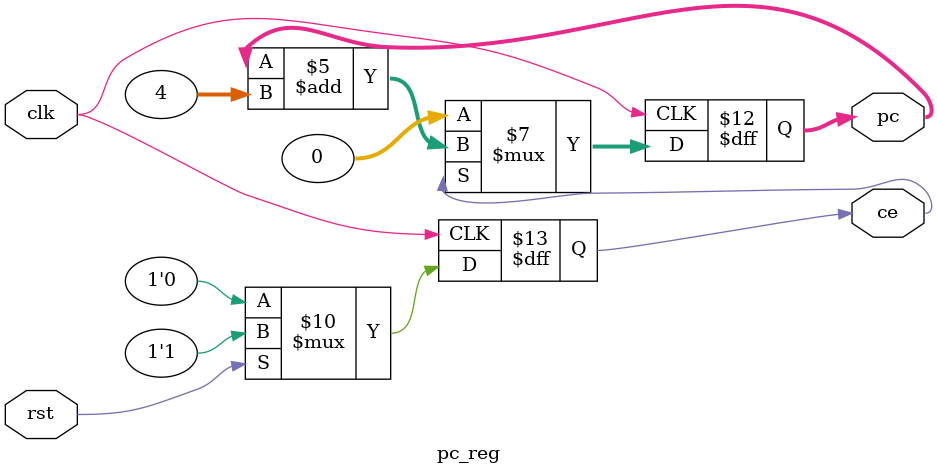
<source format=v>
module pc_reg(
    input wire clk,
    input wire rst,
    output reg[31:0] pc,
    output reg ce
);

always @(posedge clk) begin
    if (rst == 0) begin
        ce <= 0;
    end else begin
        ce <= 1;
    end 
end

always @(posedge clk) begin
    if (ce == 0) begin
        pc <= 0;
    end else begin
        pc <= pc + 4;
    end 
end

endmodule
</source>
